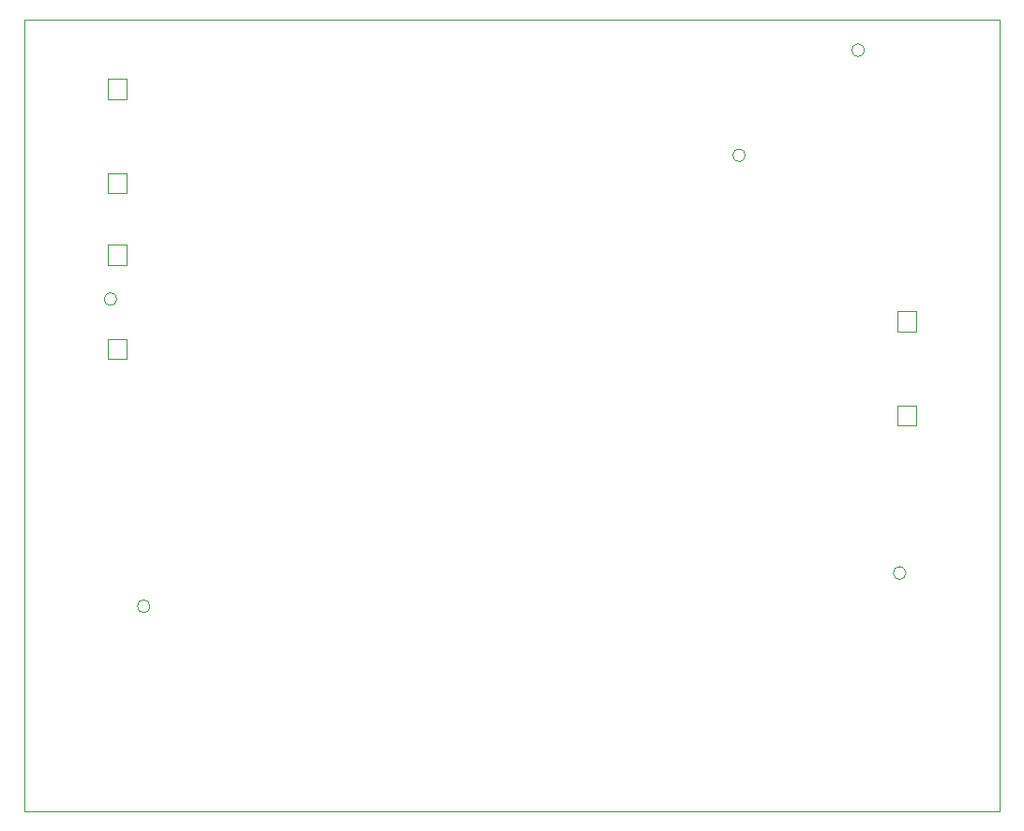
<source format=gbr>
%TF.GenerationSoftware,KiCad,Pcbnew,(5.1.8)-1*%
%TF.CreationDate,2021-03-13T21:34:25+00:00*%
%TF.ProjectId,Trio,5472696f-2e6b-4696-9361-645f70636258,rev?*%
%TF.SameCoordinates,Original*%
%TF.FileFunction,Profile,NP*%
%FSLAX46Y46*%
G04 Gerber Fmt 4.6, Leading zero omitted, Abs format (unit mm)*
G04 Created by KiCad (PCBNEW (5.1.8)-1) date 2021-03-13 21:34:25*
%MOMM*%
%LPD*%
G01*
G04 APERTURE LIST*
%TA.AperFunction,Profile*%
%ADD10C,0.050000*%
%TD*%
%TA.AperFunction,Profile*%
%ADD11C,0.000100*%
%TD*%
G04 APERTURE END LIST*
D10*
X167076000Y-84750000D02*
G75*
G03*
X167076000Y-84750000I-576000J0D01*
G01*
X110326000Y-97750000D02*
G75*
G03*
X110326000Y-97750000I-576000J0D01*
G01*
X113326000Y-125500000D02*
G75*
G03*
X113326000Y-125500000I-576000J0D01*
G01*
X181576000Y-122500000D02*
G75*
G03*
X181576000Y-122500000I-576000J0D01*
G01*
X177826000Y-75250000D02*
G75*
G03*
X177826000Y-75250000I-576000J0D01*
G01*
X190000000Y-72500000D02*
X102000000Y-72500000D01*
X102000000Y-144000000D02*
X102000000Y-72500000D01*
X190000000Y-144000000D02*
X190000000Y-72500000D01*
X102000000Y-144000000D02*
X190000000Y-144000000D01*
D11*
%TO.C,DO3*%
X111200000Y-103150000D02*
X111200000Y-101350000D01*
X111200000Y-101350000D02*
X109500000Y-101350000D01*
X109500000Y-101350000D02*
X109500000Y-103150000D01*
X109500000Y-103150000D02*
X111200000Y-103150000D01*
X111200000Y-94650000D02*
X111200000Y-92850000D01*
X111200000Y-92850000D02*
X109500000Y-92850000D01*
X109500000Y-92850000D02*
X109500000Y-94650000D01*
X109500000Y-94650000D02*
X111200000Y-94650000D01*
%TO.C,DO2*%
X111200000Y-88150000D02*
X111200000Y-86350000D01*
X111200000Y-86350000D02*
X109500000Y-86350000D01*
X109500000Y-86350000D02*
X109500000Y-88150000D01*
X109500000Y-88150000D02*
X111200000Y-88150000D01*
X111200000Y-79650000D02*
X111200000Y-77850000D01*
X111200000Y-77850000D02*
X109500000Y-77850000D01*
X109500000Y-77850000D02*
X109500000Y-79650000D01*
X109500000Y-79650000D02*
X111200000Y-79650000D01*
%TO.C,DO1*%
X180800000Y-98850000D02*
X180800000Y-100650000D01*
X180800000Y-100650000D02*
X182500000Y-100650000D01*
X182500000Y-100650000D02*
X182500000Y-98850000D01*
X182500000Y-98850000D02*
X180800000Y-98850000D01*
X180800000Y-107350000D02*
X180800000Y-109150000D01*
X180800000Y-109150000D02*
X182500000Y-109150000D01*
X182500000Y-109150000D02*
X182500000Y-107350000D01*
X182500000Y-107350000D02*
X180800000Y-107350000D01*
%TD*%
M02*

</source>
